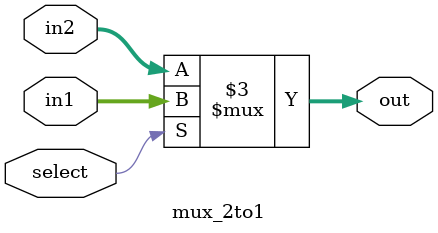
<source format=v>
`timescale 1ns / 1ps

module mux_2to1(input [31:0] in1, in2, input select,
                output reg [31:0] out);

	always @*
	begin
		if(select)
			out = in1;
		else
			out = in2;
	end

endmodule

</source>
